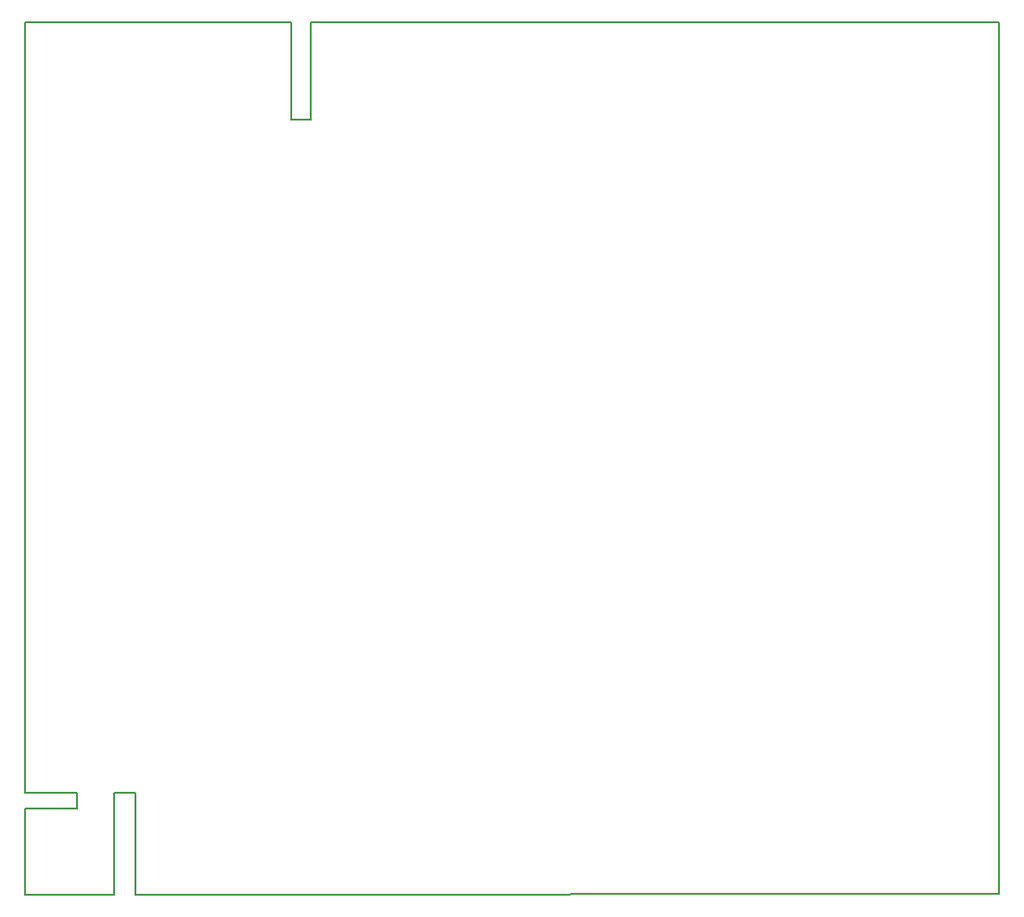
<source format=gbr>
%TF.GenerationSoftware,KiCad,Pcbnew,5.99.0-unknown-52d8b70d3~93~ubuntu20.04.1*%
%TF.CreationDate,2020-11-25T22:41:28+01:00*%
%TF.ProjectId,ZX Dandanator Mini 2.1b,5a582044-616e-4646-916e-61746f72204d,rev?*%
%TF.SameCoordinates,PX6a2f1b0PY2a6a278*%
%TF.FileFunction,Profile,NP*%
%FSLAX46Y46*%
G04 Gerber Fmt 4.6, Leading zero omitted, Abs format (unit mm)*
G04 Created by KiCad (PCBNEW 5.99.0-unknown-52d8b70d3~93~ubuntu20.04.1) date 2020-11-25 22:41:28*
%MOMM*%
%LPD*%
G01*
G04 APERTURE LIST*
%TA.AperFunction,Profile*%
%ADD10C,0.150000*%
%TD*%
G04 APERTURE END LIST*
D10*
X8128000Y-79629000D02*
X8128000Y-70358000D01*
X0Y0D02*
X24305000Y0D01*
X24305000Y0D02*
X24305000Y-8890000D01*
X88900000Y0D02*
X88900000Y-79566000D01*
X88900000Y-79566000D02*
X10033000Y-79629000D01*
X4699000Y-71755000D02*
X4699000Y-70358000D01*
X26083000Y-8890000D02*
X26083000Y0D01*
X10033000Y-70358000D02*
X8128000Y-70358000D01*
X0Y-79629000D02*
X0Y-71755000D01*
X8128000Y-79629000D02*
X0Y-79629000D01*
X24305000Y-8890000D02*
X26083000Y-8890000D01*
X0Y-70358000D02*
X0Y0D01*
X10033000Y-79629000D02*
X10033000Y-70358000D01*
X4699000Y-70358000D02*
X0Y-70358000D01*
X4699000Y-71755000D02*
X0Y-71755000D01*
X26083000Y0D02*
X88900000Y0D01*
M02*

</source>
